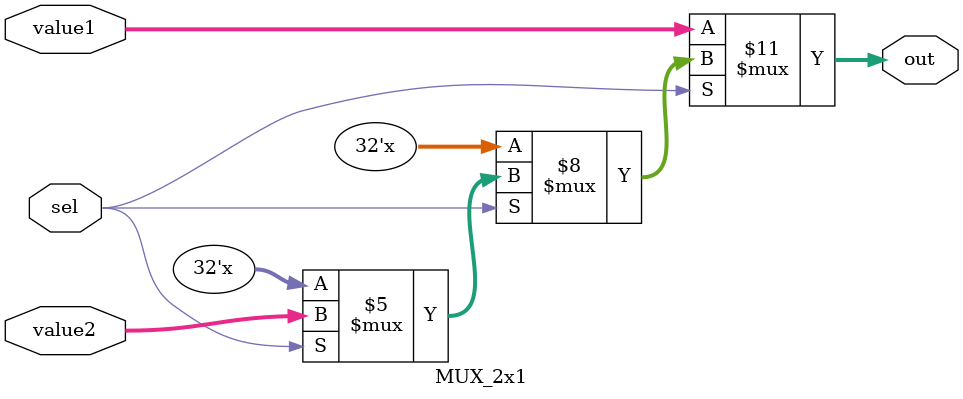
<source format=v>
module MUX_2x1(out,value1,value2,sel);
input sel;
input [31:0]value1;
input [31:0]value2;
output [31:0]out; 
reg [31:0]out;
	
always @(sel or value1 or value2 )
	begin
	if(sel==1'b0)  out=value1;			   
	else if(sel==1'b1) out=value2;
end

endmodule



	
</source>
